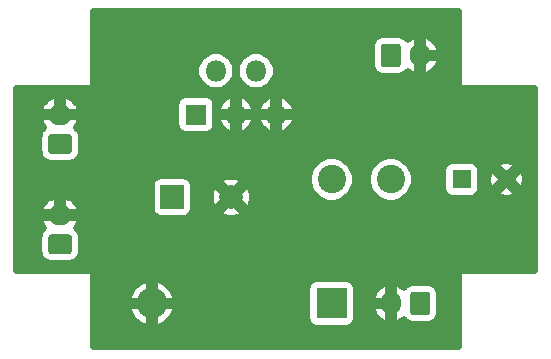
<source format=gbr>
G04 #@! TF.GenerationSoftware,KiCad,Pcbnew,(5.1.7)-1*
G04 #@! TF.CreationDate,2020-12-10T22:03:55+02:00*
G04 #@! TF.ProjectId,power_supply,706f7765-725f-4737-9570-706c792e6b69,rev?*
G04 #@! TF.SameCoordinates,Original*
G04 #@! TF.FileFunction,Copper,L2,Bot*
G04 #@! TF.FilePolarity,Positive*
%FSLAX46Y46*%
G04 Gerber Fmt 4.6, Leading zero omitted, Abs format (unit mm)*
G04 Created by KiCad (PCBNEW (5.1.7)-1) date 2020-12-10 22:03:55*
%MOMM*%
%LPD*%
G01*
G04 APERTURE LIST*
G04 #@! TA.AperFunction,ComponentPad*
%ADD10O,2.000000X1.700000*%
G04 #@! TD*
G04 #@! TA.AperFunction,ComponentPad*
%ADD11C,2.000000*%
G04 #@! TD*
G04 #@! TA.AperFunction,ComponentPad*
%ADD12R,2.000000X2.000000*%
G04 #@! TD*
G04 #@! TA.AperFunction,ComponentPad*
%ADD13R,1.600000X1.600000*%
G04 #@! TD*
G04 #@! TA.AperFunction,ComponentPad*
%ADD14C,1.600000*%
G04 #@! TD*
G04 #@! TA.AperFunction,ComponentPad*
%ADD15R,2.600000X2.600000*%
G04 #@! TD*
G04 #@! TA.AperFunction,ComponentPad*
%ADD16O,2.600000X2.600000*%
G04 #@! TD*
G04 #@! TA.AperFunction,ComponentPad*
%ADD17O,1.700000X2.000000*%
G04 #@! TD*
G04 #@! TA.AperFunction,ComponentPad*
%ADD18C,2.400000*%
G04 #@! TD*
G04 #@! TA.AperFunction,ComponentPad*
%ADD19R,1.800000X1.800000*%
G04 #@! TD*
G04 #@! TA.AperFunction,ComponentPad*
%ADD20O,1.800000X1.800000*%
G04 #@! TD*
G04 #@! TA.AperFunction,Conductor*
%ADD21C,0.500000*%
G04 #@! TD*
G04 #@! TA.AperFunction,Conductor*
%ADD22C,0.100000*%
G04 #@! TD*
G04 APERTURE END LIST*
G04 #@! TA.AperFunction,ComponentPad*
G36*
G01*
X163750000Y-124850000D02*
X162250000Y-124850000D01*
G75*
G02*
X162000000Y-124600000I0J250000D01*
G01*
X162000000Y-123400000D01*
G75*
G02*
X162250000Y-123150000I250000J0D01*
G01*
X163750000Y-123150000D01*
G75*
G02*
X164000000Y-123400000I0J-250000D01*
G01*
X164000000Y-124600000D01*
G75*
G02*
X163750000Y-124850000I-250000J0D01*
G01*
G37*
G04 #@! TD.AperFunction*
D10*
X163000000Y-121500000D03*
G04 #@! TA.AperFunction,ComponentPad*
G36*
G01*
X163750000Y-133350000D02*
X162250000Y-133350000D01*
G75*
G02*
X162000000Y-133100000I0J250000D01*
G01*
X162000000Y-131900000D01*
G75*
G02*
X162250000Y-131650000I250000J0D01*
G01*
X163750000Y-131650000D01*
G75*
G02*
X164000000Y-131900000I0J-250000D01*
G01*
X164000000Y-133100000D01*
G75*
G02*
X163750000Y-133350000I-250000J0D01*
G01*
G37*
G04 #@! TD.AperFunction*
X163000000Y-130000000D03*
D11*
X177500000Y-128500000D03*
D12*
X172500000Y-128500000D03*
D13*
X197000000Y-127000000D03*
D14*
X200800000Y-127000000D03*
D15*
X186000000Y-137500000D03*
D16*
X170760000Y-137500000D03*
D17*
X191000000Y-137500000D03*
G04 #@! TA.AperFunction,ComponentPad*
G36*
G01*
X194350000Y-136750000D02*
X194350000Y-138250000D01*
G75*
G02*
X194100000Y-138500000I-250000J0D01*
G01*
X192900000Y-138500000D01*
G75*
G02*
X192650000Y-138250000I0J250000D01*
G01*
X192650000Y-136750000D01*
G75*
G02*
X192900000Y-136500000I250000J0D01*
G01*
X194100000Y-136500000D01*
G75*
G02*
X194350000Y-136750000I0J-250000D01*
G01*
G37*
G04 #@! TD.AperFunction*
G04 #@! TA.AperFunction,ComponentPad*
G36*
G01*
X190150000Y-117250000D02*
X190150000Y-115750000D01*
G75*
G02*
X190400000Y-115500000I250000J0D01*
G01*
X191600000Y-115500000D01*
G75*
G02*
X191850000Y-115750000I0J-250000D01*
G01*
X191850000Y-117250000D01*
G75*
G02*
X191600000Y-117500000I-250000J0D01*
G01*
X190400000Y-117500000D01*
G75*
G02*
X190150000Y-117250000I0J250000D01*
G01*
G37*
G04 #@! TD.AperFunction*
X193500000Y-116500000D03*
D18*
X186000000Y-127000000D03*
X191000000Y-127000000D03*
D19*
X174500000Y-121500000D03*
D20*
X176200000Y-117800000D03*
X177900000Y-121500000D03*
X179600000Y-117800000D03*
X181300000Y-121500000D03*
D21*
X196750000Y-119000000D02*
X196754804Y-119048773D01*
X196769030Y-119095671D01*
X196792133Y-119138893D01*
X196823223Y-119176777D01*
X196861107Y-119207867D01*
X196904329Y-119230970D01*
X196951227Y-119245196D01*
X197000000Y-119250000D01*
X203225000Y-119250000D01*
X203225001Y-134750000D01*
X197000000Y-134750000D01*
X196951227Y-134754804D01*
X196904329Y-134769030D01*
X196861107Y-134792133D01*
X196823223Y-134823223D01*
X196792133Y-134861107D01*
X196769030Y-134904329D01*
X196754804Y-134951227D01*
X196750000Y-135000000D01*
X196750000Y-141225000D01*
X165750000Y-141225000D01*
X165750000Y-138065219D01*
X168789460Y-138065219D01*
X168807530Y-138124815D01*
X168966941Y-138493717D01*
X169195259Y-138824431D01*
X169483709Y-139104248D01*
X169821206Y-139322415D01*
X170194780Y-139470547D01*
X170510000Y-139347206D01*
X170510000Y-137750000D01*
X171010000Y-137750000D01*
X171010000Y-139347206D01*
X171325220Y-139470547D01*
X171698794Y-139322415D01*
X172036291Y-139104248D01*
X172324741Y-138824431D01*
X172553059Y-138493717D01*
X172712470Y-138124815D01*
X172730540Y-138065219D01*
X172605645Y-137750000D01*
X171010000Y-137750000D01*
X170510000Y-137750000D01*
X168914355Y-137750000D01*
X168789460Y-138065219D01*
X165750000Y-138065219D01*
X165750000Y-136934781D01*
X168789460Y-136934781D01*
X168914355Y-137250000D01*
X170510000Y-137250000D01*
X170510000Y-135652794D01*
X171010000Y-135652794D01*
X171010000Y-137250000D01*
X172605645Y-137250000D01*
X172730540Y-136934781D01*
X172712470Y-136875185D01*
X172553059Y-136506283D01*
X172341608Y-136200000D01*
X183946372Y-136200000D01*
X183946372Y-138800000D01*
X183960853Y-138947026D01*
X184003739Y-139088401D01*
X184073381Y-139218693D01*
X184167105Y-139332895D01*
X184281307Y-139426619D01*
X184411599Y-139496261D01*
X184552974Y-139539147D01*
X184700000Y-139553628D01*
X187300000Y-139553628D01*
X187447026Y-139539147D01*
X187588401Y-139496261D01*
X187718693Y-139426619D01*
X187832895Y-139332895D01*
X187926619Y-139218693D01*
X187996261Y-139088401D01*
X188039147Y-138947026D01*
X188053628Y-138800000D01*
X188053628Y-137997839D01*
X189443074Y-137997839D01*
X189540850Y-138294897D01*
X189694700Y-138567172D01*
X189898712Y-138804200D01*
X190145046Y-138996873D01*
X190424236Y-139137786D01*
X190505857Y-139171783D01*
X190750000Y-139040200D01*
X190750000Y-137750000D01*
X189595328Y-137750000D01*
X189443074Y-137997839D01*
X188053628Y-137997839D01*
X188053628Y-137002161D01*
X189443074Y-137002161D01*
X189595328Y-137250000D01*
X190750000Y-137250000D01*
X190750000Y-135959800D01*
X191250000Y-135959800D01*
X191250000Y-137250000D01*
X191270000Y-137250000D01*
X191270000Y-137750000D01*
X191250000Y-137750000D01*
X191250000Y-139040200D01*
X191494143Y-139171783D01*
X191575764Y-139137786D01*
X191854954Y-138996873D01*
X192077807Y-138822566D01*
X192190328Y-138959672D01*
X192342414Y-139084486D01*
X192515928Y-139177231D01*
X192704202Y-139234344D01*
X192900000Y-139253628D01*
X194100000Y-139253628D01*
X194295798Y-139234344D01*
X194484072Y-139177231D01*
X194657586Y-139084486D01*
X194809672Y-138959672D01*
X194934486Y-138807586D01*
X195027231Y-138634072D01*
X195084344Y-138445798D01*
X195103628Y-138250000D01*
X195103628Y-136750000D01*
X195084344Y-136554202D01*
X195027231Y-136365928D01*
X194934486Y-136192414D01*
X194809672Y-136040328D01*
X194657586Y-135915514D01*
X194484072Y-135822769D01*
X194295798Y-135765656D01*
X194100000Y-135746372D01*
X192900000Y-135746372D01*
X192704202Y-135765656D01*
X192515928Y-135822769D01*
X192342414Y-135915514D01*
X192190328Y-136040328D01*
X192077807Y-136177434D01*
X191854954Y-136003127D01*
X191575764Y-135862214D01*
X191494143Y-135828217D01*
X191250000Y-135959800D01*
X190750000Y-135959800D01*
X190505857Y-135828217D01*
X190424236Y-135862214D01*
X190145046Y-136003127D01*
X189898712Y-136195800D01*
X189694700Y-136432828D01*
X189540850Y-136705103D01*
X189443074Y-137002161D01*
X188053628Y-137002161D01*
X188053628Y-136200000D01*
X188039147Y-136052974D01*
X187996261Y-135911599D01*
X187926619Y-135781307D01*
X187832895Y-135667105D01*
X187718693Y-135573381D01*
X187588401Y-135503739D01*
X187447026Y-135460853D01*
X187300000Y-135446372D01*
X184700000Y-135446372D01*
X184552974Y-135460853D01*
X184411599Y-135503739D01*
X184281307Y-135573381D01*
X184167105Y-135667105D01*
X184073381Y-135781307D01*
X184003739Y-135911599D01*
X183960853Y-136052974D01*
X183946372Y-136200000D01*
X172341608Y-136200000D01*
X172324741Y-136175569D01*
X172036291Y-135895752D01*
X171698794Y-135677585D01*
X171325220Y-135529453D01*
X171010000Y-135652794D01*
X170510000Y-135652794D01*
X170194780Y-135529453D01*
X169821206Y-135677585D01*
X169483709Y-135895752D01*
X169195259Y-136175569D01*
X168966941Y-136506283D01*
X168807530Y-136875185D01*
X168789460Y-136934781D01*
X165750000Y-136934781D01*
X165750000Y-135000000D01*
X165745196Y-134951227D01*
X165730970Y-134904329D01*
X165707867Y-134861107D01*
X165676777Y-134823223D01*
X165638893Y-134792133D01*
X165595671Y-134769030D01*
X165548773Y-134754804D01*
X165500000Y-134750000D01*
X159275000Y-134750000D01*
X159275000Y-131900000D01*
X161246372Y-131900000D01*
X161246372Y-133100000D01*
X161265656Y-133295798D01*
X161322769Y-133484072D01*
X161415514Y-133657586D01*
X161540328Y-133809672D01*
X161692414Y-133934486D01*
X161865928Y-134027231D01*
X162054202Y-134084344D01*
X162250000Y-134103628D01*
X163750000Y-134103628D01*
X163945798Y-134084344D01*
X164134072Y-134027231D01*
X164307586Y-133934486D01*
X164459672Y-133809672D01*
X164584486Y-133657586D01*
X164677231Y-133484072D01*
X164734344Y-133295798D01*
X164753628Y-133100000D01*
X164753628Y-131900000D01*
X164734344Y-131704202D01*
X164677231Y-131515928D01*
X164584486Y-131342414D01*
X164459672Y-131190328D01*
X164322566Y-131077807D01*
X164496873Y-130854954D01*
X164637786Y-130575764D01*
X164671783Y-130494143D01*
X164540200Y-130250000D01*
X163250000Y-130250000D01*
X163250000Y-130270000D01*
X162750000Y-130270000D01*
X162750000Y-130250000D01*
X161459800Y-130250000D01*
X161328217Y-130494143D01*
X161362214Y-130575764D01*
X161503127Y-130854954D01*
X161677434Y-131077807D01*
X161540328Y-131190328D01*
X161415514Y-131342414D01*
X161322769Y-131515928D01*
X161265656Y-131704202D01*
X161246372Y-131900000D01*
X159275000Y-131900000D01*
X159275000Y-129505857D01*
X161328217Y-129505857D01*
X161459800Y-129750000D01*
X162750000Y-129750000D01*
X162750000Y-128595328D01*
X163250000Y-128595328D01*
X163250000Y-129750000D01*
X164540200Y-129750000D01*
X164671783Y-129505857D01*
X164637786Y-129424236D01*
X164496873Y-129145046D01*
X164304200Y-128898712D01*
X164067172Y-128694700D01*
X163794897Y-128540850D01*
X163497839Y-128443074D01*
X163250000Y-128595328D01*
X162750000Y-128595328D01*
X162502161Y-128443074D01*
X162205103Y-128540850D01*
X161932828Y-128694700D01*
X161695800Y-128898712D01*
X161503127Y-129145046D01*
X161362214Y-129424236D01*
X161328217Y-129505857D01*
X159275000Y-129505857D01*
X159275000Y-127500000D01*
X170746372Y-127500000D01*
X170746372Y-129500000D01*
X170760853Y-129647026D01*
X170803739Y-129788401D01*
X170873381Y-129918693D01*
X170967105Y-130032895D01*
X171081307Y-130126619D01*
X171211599Y-130196261D01*
X171352974Y-130239147D01*
X171500000Y-130253628D01*
X173500000Y-130253628D01*
X173647026Y-130239147D01*
X173788401Y-130196261D01*
X173918693Y-130126619D01*
X174032895Y-130032895D01*
X174126619Y-129918693D01*
X174196261Y-129788401D01*
X174200792Y-129773463D01*
X176580091Y-129773463D01*
X176679152Y-130055127D01*
X176998313Y-130185385D01*
X177336755Y-130250875D01*
X177681470Y-130249080D01*
X178019212Y-130180068D01*
X178320848Y-130055127D01*
X178419909Y-129773463D01*
X177500000Y-128853553D01*
X176580091Y-129773463D01*
X174200792Y-129773463D01*
X174239147Y-129647026D01*
X174253628Y-129500000D01*
X174253628Y-128336755D01*
X175749125Y-128336755D01*
X175750920Y-128681470D01*
X175819932Y-129019212D01*
X175944873Y-129320848D01*
X176226537Y-129419909D01*
X177146447Y-128500000D01*
X177853553Y-128500000D01*
X178773463Y-129419909D01*
X179055127Y-129320848D01*
X179185385Y-129001687D01*
X179250875Y-128663245D01*
X179249080Y-128318530D01*
X179180068Y-127980788D01*
X179055127Y-127679152D01*
X178773463Y-127580091D01*
X177853553Y-128500000D01*
X177146447Y-128500000D01*
X176226537Y-127580091D01*
X175944873Y-127679152D01*
X175814615Y-127998313D01*
X175749125Y-128336755D01*
X174253628Y-128336755D01*
X174253628Y-127500000D01*
X174239147Y-127352974D01*
X174200793Y-127226537D01*
X176580091Y-127226537D01*
X177500000Y-128146447D01*
X178419909Y-127226537D01*
X178320848Y-126944873D01*
X178001687Y-126814615D01*
X177967202Y-126807942D01*
X184050000Y-126807942D01*
X184050000Y-127192058D01*
X184124938Y-127568794D01*
X184271933Y-127923671D01*
X184485336Y-128243052D01*
X184756948Y-128514664D01*
X185076329Y-128728067D01*
X185431206Y-128875062D01*
X185807942Y-128950000D01*
X186192058Y-128950000D01*
X186568794Y-128875062D01*
X186923671Y-128728067D01*
X187243052Y-128514664D01*
X187514664Y-128243052D01*
X187728067Y-127923671D01*
X187875062Y-127568794D01*
X187950000Y-127192058D01*
X187950000Y-126807942D01*
X189050000Y-126807942D01*
X189050000Y-127192058D01*
X189124938Y-127568794D01*
X189271933Y-127923671D01*
X189485336Y-128243052D01*
X189756948Y-128514664D01*
X190076329Y-128728067D01*
X190431206Y-128875062D01*
X190807942Y-128950000D01*
X191192058Y-128950000D01*
X191568794Y-128875062D01*
X191923671Y-128728067D01*
X192243052Y-128514664D01*
X192514664Y-128243052D01*
X192728067Y-127923671D01*
X192875062Y-127568794D01*
X192950000Y-127192058D01*
X192950000Y-126807942D01*
X192875062Y-126431206D01*
X192779294Y-126200000D01*
X195446372Y-126200000D01*
X195446372Y-127800000D01*
X195460853Y-127947026D01*
X195503739Y-128088401D01*
X195573381Y-128218693D01*
X195667105Y-128332895D01*
X195781307Y-128426619D01*
X195911599Y-128496261D01*
X196052974Y-128539147D01*
X196200000Y-128553628D01*
X197800000Y-128553628D01*
X197947026Y-128539147D01*
X198088401Y-128496261D01*
X198218693Y-128426619D01*
X198332895Y-128332895D01*
X198426619Y-128218693D01*
X198474428Y-128129247D01*
X200024306Y-128129247D01*
X200098649Y-128390653D01*
X200383429Y-128500758D01*
X200684216Y-128553190D01*
X200989454Y-128545935D01*
X201287411Y-128479270D01*
X201501351Y-128390653D01*
X201575694Y-128129247D01*
X200800000Y-127353553D01*
X200024306Y-128129247D01*
X198474428Y-128129247D01*
X198496261Y-128088401D01*
X198539147Y-127947026D01*
X198553628Y-127800000D01*
X198553628Y-126884216D01*
X199246810Y-126884216D01*
X199254065Y-127189454D01*
X199320730Y-127487411D01*
X199409347Y-127701351D01*
X199670753Y-127775694D01*
X200446447Y-127000000D01*
X201153553Y-127000000D01*
X201929247Y-127775694D01*
X202190653Y-127701351D01*
X202300758Y-127416571D01*
X202353190Y-127115784D01*
X202345935Y-126810546D01*
X202279270Y-126512589D01*
X202190653Y-126298649D01*
X201929247Y-126224306D01*
X201153553Y-127000000D01*
X200446447Y-127000000D01*
X199670753Y-126224306D01*
X199409347Y-126298649D01*
X199299242Y-126583429D01*
X199246810Y-126884216D01*
X198553628Y-126884216D01*
X198553628Y-126200000D01*
X198539147Y-126052974D01*
X198496261Y-125911599D01*
X198474429Y-125870753D01*
X200024306Y-125870753D01*
X200800000Y-126646447D01*
X201575694Y-125870753D01*
X201501351Y-125609347D01*
X201216571Y-125499242D01*
X200915784Y-125446810D01*
X200610546Y-125454065D01*
X200312589Y-125520730D01*
X200098649Y-125609347D01*
X200024306Y-125870753D01*
X198474429Y-125870753D01*
X198426619Y-125781307D01*
X198332895Y-125667105D01*
X198218693Y-125573381D01*
X198088401Y-125503739D01*
X197947026Y-125460853D01*
X197800000Y-125446372D01*
X196200000Y-125446372D01*
X196052974Y-125460853D01*
X195911599Y-125503739D01*
X195781307Y-125573381D01*
X195667105Y-125667105D01*
X195573381Y-125781307D01*
X195503739Y-125911599D01*
X195460853Y-126052974D01*
X195446372Y-126200000D01*
X192779294Y-126200000D01*
X192728067Y-126076329D01*
X192514664Y-125756948D01*
X192243052Y-125485336D01*
X191923671Y-125271933D01*
X191568794Y-125124938D01*
X191192058Y-125050000D01*
X190807942Y-125050000D01*
X190431206Y-125124938D01*
X190076329Y-125271933D01*
X189756948Y-125485336D01*
X189485336Y-125756948D01*
X189271933Y-126076329D01*
X189124938Y-126431206D01*
X189050000Y-126807942D01*
X187950000Y-126807942D01*
X187875062Y-126431206D01*
X187728067Y-126076329D01*
X187514664Y-125756948D01*
X187243052Y-125485336D01*
X186923671Y-125271933D01*
X186568794Y-125124938D01*
X186192058Y-125050000D01*
X185807942Y-125050000D01*
X185431206Y-125124938D01*
X185076329Y-125271933D01*
X184756948Y-125485336D01*
X184485336Y-125756948D01*
X184271933Y-126076329D01*
X184124938Y-126431206D01*
X184050000Y-126807942D01*
X177967202Y-126807942D01*
X177663245Y-126749125D01*
X177318530Y-126750920D01*
X176980788Y-126819932D01*
X176679152Y-126944873D01*
X176580091Y-127226537D01*
X174200793Y-127226537D01*
X174196261Y-127211599D01*
X174126619Y-127081307D01*
X174032895Y-126967105D01*
X173918693Y-126873381D01*
X173788401Y-126803739D01*
X173647026Y-126760853D01*
X173500000Y-126746372D01*
X171500000Y-126746372D01*
X171352974Y-126760853D01*
X171211599Y-126803739D01*
X171081307Y-126873381D01*
X170967105Y-126967105D01*
X170873381Y-127081307D01*
X170803739Y-127211599D01*
X170760853Y-127352974D01*
X170746372Y-127500000D01*
X159275000Y-127500000D01*
X159275000Y-123400000D01*
X161246372Y-123400000D01*
X161246372Y-124600000D01*
X161265656Y-124795798D01*
X161322769Y-124984072D01*
X161415514Y-125157586D01*
X161540328Y-125309672D01*
X161692414Y-125434486D01*
X161865928Y-125527231D01*
X162054202Y-125584344D01*
X162250000Y-125603628D01*
X163750000Y-125603628D01*
X163945798Y-125584344D01*
X164134072Y-125527231D01*
X164307586Y-125434486D01*
X164459672Y-125309672D01*
X164584486Y-125157586D01*
X164677231Y-124984072D01*
X164734344Y-124795798D01*
X164753628Y-124600000D01*
X164753628Y-123400000D01*
X164734344Y-123204202D01*
X164677231Y-123015928D01*
X164584486Y-122842414D01*
X164459672Y-122690328D01*
X164322566Y-122577807D01*
X164496873Y-122354954D01*
X164637786Y-122075764D01*
X164671783Y-121994143D01*
X164540200Y-121750000D01*
X163250000Y-121750000D01*
X163250000Y-121770000D01*
X162750000Y-121770000D01*
X162750000Y-121750000D01*
X161459800Y-121750000D01*
X161328217Y-121994143D01*
X161362214Y-122075764D01*
X161503127Y-122354954D01*
X161677434Y-122577807D01*
X161540328Y-122690328D01*
X161415514Y-122842414D01*
X161322769Y-123015928D01*
X161265656Y-123204202D01*
X161246372Y-123400000D01*
X159275000Y-123400000D01*
X159275000Y-121005857D01*
X161328217Y-121005857D01*
X161459800Y-121250000D01*
X162750000Y-121250000D01*
X162750000Y-120095328D01*
X163250000Y-120095328D01*
X163250000Y-121250000D01*
X164540200Y-121250000D01*
X164671783Y-121005857D01*
X164637786Y-120924236D01*
X164496873Y-120645046D01*
X164461640Y-120600000D01*
X172846372Y-120600000D01*
X172846372Y-122400000D01*
X172860853Y-122547026D01*
X172903739Y-122688401D01*
X172973381Y-122818693D01*
X173067105Y-122932895D01*
X173181307Y-123026619D01*
X173311599Y-123096261D01*
X173452974Y-123139147D01*
X173600000Y-123153628D01*
X175400000Y-123153628D01*
X175547026Y-123139147D01*
X175688401Y-123096261D01*
X175818693Y-123026619D01*
X175932895Y-122932895D01*
X176026619Y-122818693D01*
X176096261Y-122688401D01*
X176139147Y-122547026D01*
X176153628Y-122400000D01*
X176153628Y-122002059D01*
X176328237Y-122002059D01*
X176433581Y-122256400D01*
X176609324Y-122527950D01*
X176834667Y-122759997D01*
X177100950Y-122943623D01*
X177397940Y-123071771D01*
X177650000Y-122943459D01*
X177650000Y-121750000D01*
X178150000Y-121750000D01*
X178150000Y-122943459D01*
X178402060Y-123071771D01*
X178699050Y-122943623D01*
X178965333Y-122759997D01*
X179190676Y-122527950D01*
X179366419Y-122256400D01*
X179471763Y-122002059D01*
X179728237Y-122002059D01*
X179833581Y-122256400D01*
X180009324Y-122527950D01*
X180234667Y-122759997D01*
X180500950Y-122943623D01*
X180797940Y-123071771D01*
X181050000Y-122943459D01*
X181050000Y-121750000D01*
X181550000Y-121750000D01*
X181550000Y-122943459D01*
X181802060Y-123071771D01*
X182099050Y-122943623D01*
X182365333Y-122759997D01*
X182590676Y-122527950D01*
X182766419Y-122256400D01*
X182871763Y-122002059D01*
X182740974Y-121750000D01*
X181550000Y-121750000D01*
X181050000Y-121750000D01*
X179859026Y-121750000D01*
X179728237Y-122002059D01*
X179471763Y-122002059D01*
X179340974Y-121750000D01*
X178150000Y-121750000D01*
X177650000Y-121750000D01*
X176459026Y-121750000D01*
X176328237Y-122002059D01*
X176153628Y-122002059D01*
X176153628Y-120997941D01*
X176328237Y-120997941D01*
X176459026Y-121250000D01*
X177650000Y-121250000D01*
X177650000Y-120056541D01*
X178150000Y-120056541D01*
X178150000Y-121250000D01*
X179340974Y-121250000D01*
X179471763Y-120997941D01*
X179728237Y-120997941D01*
X179859026Y-121250000D01*
X181050000Y-121250000D01*
X181050000Y-120056541D01*
X181550000Y-120056541D01*
X181550000Y-121250000D01*
X182740974Y-121250000D01*
X182871763Y-120997941D01*
X182766419Y-120743600D01*
X182590676Y-120472050D01*
X182365333Y-120240003D01*
X182099050Y-120056377D01*
X181802060Y-119928229D01*
X181550000Y-120056541D01*
X181050000Y-120056541D01*
X180797940Y-119928229D01*
X180500950Y-120056377D01*
X180234667Y-120240003D01*
X180009324Y-120472050D01*
X179833581Y-120743600D01*
X179728237Y-120997941D01*
X179471763Y-120997941D01*
X179366419Y-120743600D01*
X179190676Y-120472050D01*
X178965333Y-120240003D01*
X178699050Y-120056377D01*
X178402060Y-119928229D01*
X178150000Y-120056541D01*
X177650000Y-120056541D01*
X177397940Y-119928229D01*
X177100950Y-120056377D01*
X176834667Y-120240003D01*
X176609324Y-120472050D01*
X176433581Y-120743600D01*
X176328237Y-120997941D01*
X176153628Y-120997941D01*
X176153628Y-120600000D01*
X176139147Y-120452974D01*
X176096261Y-120311599D01*
X176026619Y-120181307D01*
X175932895Y-120067105D01*
X175818693Y-119973381D01*
X175688401Y-119903739D01*
X175547026Y-119860853D01*
X175400000Y-119846372D01*
X173600000Y-119846372D01*
X173452974Y-119860853D01*
X173311599Y-119903739D01*
X173181307Y-119973381D01*
X173067105Y-120067105D01*
X172973381Y-120181307D01*
X172903739Y-120311599D01*
X172860853Y-120452974D01*
X172846372Y-120600000D01*
X164461640Y-120600000D01*
X164304200Y-120398712D01*
X164067172Y-120194700D01*
X163794897Y-120040850D01*
X163497839Y-119943074D01*
X163250000Y-120095328D01*
X162750000Y-120095328D01*
X162502161Y-119943074D01*
X162205103Y-120040850D01*
X161932828Y-120194700D01*
X161695800Y-120398712D01*
X161503127Y-120645046D01*
X161362214Y-120924236D01*
X161328217Y-121005857D01*
X159275000Y-121005857D01*
X159275000Y-119250000D01*
X165500000Y-119250000D01*
X165548773Y-119245196D01*
X165595671Y-119230970D01*
X165638893Y-119207867D01*
X165676777Y-119176777D01*
X165707867Y-119138893D01*
X165730970Y-119095671D01*
X165745196Y-119048773D01*
X165750000Y-119000000D01*
X165750000Y-117637489D01*
X174550000Y-117637489D01*
X174550000Y-117962511D01*
X174613408Y-118281287D01*
X174737789Y-118581568D01*
X174918361Y-118851814D01*
X175148186Y-119081639D01*
X175418432Y-119262211D01*
X175718713Y-119386592D01*
X176037489Y-119450000D01*
X176362511Y-119450000D01*
X176681287Y-119386592D01*
X176981568Y-119262211D01*
X177251814Y-119081639D01*
X177481639Y-118851814D01*
X177662211Y-118581568D01*
X177786592Y-118281287D01*
X177850000Y-117962511D01*
X177850000Y-117637489D01*
X177950000Y-117637489D01*
X177950000Y-117962511D01*
X178013408Y-118281287D01*
X178137789Y-118581568D01*
X178318361Y-118851814D01*
X178548186Y-119081639D01*
X178818432Y-119262211D01*
X179118713Y-119386592D01*
X179437489Y-119450000D01*
X179762511Y-119450000D01*
X180081287Y-119386592D01*
X180381568Y-119262211D01*
X180651814Y-119081639D01*
X180881639Y-118851814D01*
X181062211Y-118581568D01*
X181186592Y-118281287D01*
X181250000Y-117962511D01*
X181250000Y-117637489D01*
X181186592Y-117318713D01*
X181062211Y-117018432D01*
X180881639Y-116748186D01*
X180651814Y-116518361D01*
X180381568Y-116337789D01*
X180081287Y-116213408D01*
X179762511Y-116150000D01*
X179437489Y-116150000D01*
X179118713Y-116213408D01*
X178818432Y-116337789D01*
X178548186Y-116518361D01*
X178318361Y-116748186D01*
X178137789Y-117018432D01*
X178013408Y-117318713D01*
X177950000Y-117637489D01*
X177850000Y-117637489D01*
X177786592Y-117318713D01*
X177662211Y-117018432D01*
X177481639Y-116748186D01*
X177251814Y-116518361D01*
X176981568Y-116337789D01*
X176681287Y-116213408D01*
X176362511Y-116150000D01*
X176037489Y-116150000D01*
X175718713Y-116213408D01*
X175418432Y-116337789D01*
X175148186Y-116518361D01*
X174918361Y-116748186D01*
X174737789Y-117018432D01*
X174613408Y-117318713D01*
X174550000Y-117637489D01*
X165750000Y-117637489D01*
X165750000Y-115750000D01*
X189396372Y-115750000D01*
X189396372Y-117250000D01*
X189415656Y-117445798D01*
X189472769Y-117634072D01*
X189565514Y-117807586D01*
X189690328Y-117959672D01*
X189842414Y-118084486D01*
X190015928Y-118177231D01*
X190204202Y-118234344D01*
X190400000Y-118253628D01*
X191600000Y-118253628D01*
X191795798Y-118234344D01*
X191984072Y-118177231D01*
X192157586Y-118084486D01*
X192309672Y-117959672D01*
X192422193Y-117822566D01*
X192645046Y-117996873D01*
X192924236Y-118137786D01*
X193005857Y-118171783D01*
X193250000Y-118040200D01*
X193250000Y-116750000D01*
X193750000Y-116750000D01*
X193750000Y-118040200D01*
X193994143Y-118171783D01*
X194075764Y-118137786D01*
X194354954Y-117996873D01*
X194601288Y-117804200D01*
X194805300Y-117567172D01*
X194959150Y-117294897D01*
X195056926Y-116997839D01*
X194904672Y-116750000D01*
X193750000Y-116750000D01*
X193250000Y-116750000D01*
X193230000Y-116750000D01*
X193230000Y-116250000D01*
X193250000Y-116250000D01*
X193250000Y-114959800D01*
X193750000Y-114959800D01*
X193750000Y-116250000D01*
X194904672Y-116250000D01*
X195056926Y-116002161D01*
X194959150Y-115705103D01*
X194805300Y-115432828D01*
X194601288Y-115195800D01*
X194354954Y-115003127D01*
X194075764Y-114862214D01*
X193994143Y-114828217D01*
X193750000Y-114959800D01*
X193250000Y-114959800D01*
X193005857Y-114828217D01*
X192924236Y-114862214D01*
X192645046Y-115003127D01*
X192422193Y-115177434D01*
X192309672Y-115040328D01*
X192157586Y-114915514D01*
X191984072Y-114822769D01*
X191795798Y-114765656D01*
X191600000Y-114746372D01*
X190400000Y-114746372D01*
X190204202Y-114765656D01*
X190015928Y-114822769D01*
X189842414Y-114915514D01*
X189690328Y-115040328D01*
X189565514Y-115192414D01*
X189472769Y-115365928D01*
X189415656Y-115554202D01*
X189396372Y-115750000D01*
X165750000Y-115750000D01*
X165750000Y-112775000D01*
X196750000Y-112775000D01*
X196750000Y-119000000D01*
G04 #@! TA.AperFunction,Conductor*
D22*
G36*
X196750000Y-119000000D02*
G01*
X196754804Y-119048773D01*
X196769030Y-119095671D01*
X196792133Y-119138893D01*
X196823223Y-119176777D01*
X196861107Y-119207867D01*
X196904329Y-119230970D01*
X196951227Y-119245196D01*
X197000000Y-119250000D01*
X203225000Y-119250000D01*
X203225001Y-134750000D01*
X197000000Y-134750000D01*
X196951227Y-134754804D01*
X196904329Y-134769030D01*
X196861107Y-134792133D01*
X196823223Y-134823223D01*
X196792133Y-134861107D01*
X196769030Y-134904329D01*
X196754804Y-134951227D01*
X196750000Y-135000000D01*
X196750000Y-141225000D01*
X165750000Y-141225000D01*
X165750000Y-138065219D01*
X168789460Y-138065219D01*
X168807530Y-138124815D01*
X168966941Y-138493717D01*
X169195259Y-138824431D01*
X169483709Y-139104248D01*
X169821206Y-139322415D01*
X170194780Y-139470547D01*
X170510000Y-139347206D01*
X170510000Y-137750000D01*
X171010000Y-137750000D01*
X171010000Y-139347206D01*
X171325220Y-139470547D01*
X171698794Y-139322415D01*
X172036291Y-139104248D01*
X172324741Y-138824431D01*
X172553059Y-138493717D01*
X172712470Y-138124815D01*
X172730540Y-138065219D01*
X172605645Y-137750000D01*
X171010000Y-137750000D01*
X170510000Y-137750000D01*
X168914355Y-137750000D01*
X168789460Y-138065219D01*
X165750000Y-138065219D01*
X165750000Y-136934781D01*
X168789460Y-136934781D01*
X168914355Y-137250000D01*
X170510000Y-137250000D01*
X170510000Y-135652794D01*
X171010000Y-135652794D01*
X171010000Y-137250000D01*
X172605645Y-137250000D01*
X172730540Y-136934781D01*
X172712470Y-136875185D01*
X172553059Y-136506283D01*
X172341608Y-136200000D01*
X183946372Y-136200000D01*
X183946372Y-138800000D01*
X183960853Y-138947026D01*
X184003739Y-139088401D01*
X184073381Y-139218693D01*
X184167105Y-139332895D01*
X184281307Y-139426619D01*
X184411599Y-139496261D01*
X184552974Y-139539147D01*
X184700000Y-139553628D01*
X187300000Y-139553628D01*
X187447026Y-139539147D01*
X187588401Y-139496261D01*
X187718693Y-139426619D01*
X187832895Y-139332895D01*
X187926619Y-139218693D01*
X187996261Y-139088401D01*
X188039147Y-138947026D01*
X188053628Y-138800000D01*
X188053628Y-137997839D01*
X189443074Y-137997839D01*
X189540850Y-138294897D01*
X189694700Y-138567172D01*
X189898712Y-138804200D01*
X190145046Y-138996873D01*
X190424236Y-139137786D01*
X190505857Y-139171783D01*
X190750000Y-139040200D01*
X190750000Y-137750000D01*
X189595328Y-137750000D01*
X189443074Y-137997839D01*
X188053628Y-137997839D01*
X188053628Y-137002161D01*
X189443074Y-137002161D01*
X189595328Y-137250000D01*
X190750000Y-137250000D01*
X190750000Y-135959800D01*
X191250000Y-135959800D01*
X191250000Y-137250000D01*
X191270000Y-137250000D01*
X191270000Y-137750000D01*
X191250000Y-137750000D01*
X191250000Y-139040200D01*
X191494143Y-139171783D01*
X191575764Y-139137786D01*
X191854954Y-138996873D01*
X192077807Y-138822566D01*
X192190328Y-138959672D01*
X192342414Y-139084486D01*
X192515928Y-139177231D01*
X192704202Y-139234344D01*
X192900000Y-139253628D01*
X194100000Y-139253628D01*
X194295798Y-139234344D01*
X194484072Y-139177231D01*
X194657586Y-139084486D01*
X194809672Y-138959672D01*
X194934486Y-138807586D01*
X195027231Y-138634072D01*
X195084344Y-138445798D01*
X195103628Y-138250000D01*
X195103628Y-136750000D01*
X195084344Y-136554202D01*
X195027231Y-136365928D01*
X194934486Y-136192414D01*
X194809672Y-136040328D01*
X194657586Y-135915514D01*
X194484072Y-135822769D01*
X194295798Y-135765656D01*
X194100000Y-135746372D01*
X192900000Y-135746372D01*
X192704202Y-135765656D01*
X192515928Y-135822769D01*
X192342414Y-135915514D01*
X192190328Y-136040328D01*
X192077807Y-136177434D01*
X191854954Y-136003127D01*
X191575764Y-135862214D01*
X191494143Y-135828217D01*
X191250000Y-135959800D01*
X190750000Y-135959800D01*
X190505857Y-135828217D01*
X190424236Y-135862214D01*
X190145046Y-136003127D01*
X189898712Y-136195800D01*
X189694700Y-136432828D01*
X189540850Y-136705103D01*
X189443074Y-137002161D01*
X188053628Y-137002161D01*
X188053628Y-136200000D01*
X188039147Y-136052974D01*
X187996261Y-135911599D01*
X187926619Y-135781307D01*
X187832895Y-135667105D01*
X187718693Y-135573381D01*
X187588401Y-135503739D01*
X187447026Y-135460853D01*
X187300000Y-135446372D01*
X184700000Y-135446372D01*
X184552974Y-135460853D01*
X184411599Y-135503739D01*
X184281307Y-135573381D01*
X184167105Y-135667105D01*
X184073381Y-135781307D01*
X184003739Y-135911599D01*
X183960853Y-136052974D01*
X183946372Y-136200000D01*
X172341608Y-136200000D01*
X172324741Y-136175569D01*
X172036291Y-135895752D01*
X171698794Y-135677585D01*
X171325220Y-135529453D01*
X171010000Y-135652794D01*
X170510000Y-135652794D01*
X170194780Y-135529453D01*
X169821206Y-135677585D01*
X169483709Y-135895752D01*
X169195259Y-136175569D01*
X168966941Y-136506283D01*
X168807530Y-136875185D01*
X168789460Y-136934781D01*
X165750000Y-136934781D01*
X165750000Y-135000000D01*
X165745196Y-134951227D01*
X165730970Y-134904329D01*
X165707867Y-134861107D01*
X165676777Y-134823223D01*
X165638893Y-134792133D01*
X165595671Y-134769030D01*
X165548773Y-134754804D01*
X165500000Y-134750000D01*
X159275000Y-134750000D01*
X159275000Y-131900000D01*
X161246372Y-131900000D01*
X161246372Y-133100000D01*
X161265656Y-133295798D01*
X161322769Y-133484072D01*
X161415514Y-133657586D01*
X161540328Y-133809672D01*
X161692414Y-133934486D01*
X161865928Y-134027231D01*
X162054202Y-134084344D01*
X162250000Y-134103628D01*
X163750000Y-134103628D01*
X163945798Y-134084344D01*
X164134072Y-134027231D01*
X164307586Y-133934486D01*
X164459672Y-133809672D01*
X164584486Y-133657586D01*
X164677231Y-133484072D01*
X164734344Y-133295798D01*
X164753628Y-133100000D01*
X164753628Y-131900000D01*
X164734344Y-131704202D01*
X164677231Y-131515928D01*
X164584486Y-131342414D01*
X164459672Y-131190328D01*
X164322566Y-131077807D01*
X164496873Y-130854954D01*
X164637786Y-130575764D01*
X164671783Y-130494143D01*
X164540200Y-130250000D01*
X163250000Y-130250000D01*
X163250000Y-130270000D01*
X162750000Y-130270000D01*
X162750000Y-130250000D01*
X161459800Y-130250000D01*
X161328217Y-130494143D01*
X161362214Y-130575764D01*
X161503127Y-130854954D01*
X161677434Y-131077807D01*
X161540328Y-131190328D01*
X161415514Y-131342414D01*
X161322769Y-131515928D01*
X161265656Y-131704202D01*
X161246372Y-131900000D01*
X159275000Y-131900000D01*
X159275000Y-129505857D01*
X161328217Y-129505857D01*
X161459800Y-129750000D01*
X162750000Y-129750000D01*
X162750000Y-128595328D01*
X163250000Y-128595328D01*
X163250000Y-129750000D01*
X164540200Y-129750000D01*
X164671783Y-129505857D01*
X164637786Y-129424236D01*
X164496873Y-129145046D01*
X164304200Y-128898712D01*
X164067172Y-128694700D01*
X163794897Y-128540850D01*
X163497839Y-128443074D01*
X163250000Y-128595328D01*
X162750000Y-128595328D01*
X162502161Y-128443074D01*
X162205103Y-128540850D01*
X161932828Y-128694700D01*
X161695800Y-128898712D01*
X161503127Y-129145046D01*
X161362214Y-129424236D01*
X161328217Y-129505857D01*
X159275000Y-129505857D01*
X159275000Y-127500000D01*
X170746372Y-127500000D01*
X170746372Y-129500000D01*
X170760853Y-129647026D01*
X170803739Y-129788401D01*
X170873381Y-129918693D01*
X170967105Y-130032895D01*
X171081307Y-130126619D01*
X171211599Y-130196261D01*
X171352974Y-130239147D01*
X171500000Y-130253628D01*
X173500000Y-130253628D01*
X173647026Y-130239147D01*
X173788401Y-130196261D01*
X173918693Y-130126619D01*
X174032895Y-130032895D01*
X174126619Y-129918693D01*
X174196261Y-129788401D01*
X174200792Y-129773463D01*
X176580091Y-129773463D01*
X176679152Y-130055127D01*
X176998313Y-130185385D01*
X177336755Y-130250875D01*
X177681470Y-130249080D01*
X178019212Y-130180068D01*
X178320848Y-130055127D01*
X178419909Y-129773463D01*
X177500000Y-128853553D01*
X176580091Y-129773463D01*
X174200792Y-129773463D01*
X174239147Y-129647026D01*
X174253628Y-129500000D01*
X174253628Y-128336755D01*
X175749125Y-128336755D01*
X175750920Y-128681470D01*
X175819932Y-129019212D01*
X175944873Y-129320848D01*
X176226537Y-129419909D01*
X177146447Y-128500000D01*
X177853553Y-128500000D01*
X178773463Y-129419909D01*
X179055127Y-129320848D01*
X179185385Y-129001687D01*
X179250875Y-128663245D01*
X179249080Y-128318530D01*
X179180068Y-127980788D01*
X179055127Y-127679152D01*
X178773463Y-127580091D01*
X177853553Y-128500000D01*
X177146447Y-128500000D01*
X176226537Y-127580091D01*
X175944873Y-127679152D01*
X175814615Y-127998313D01*
X175749125Y-128336755D01*
X174253628Y-128336755D01*
X174253628Y-127500000D01*
X174239147Y-127352974D01*
X174200793Y-127226537D01*
X176580091Y-127226537D01*
X177500000Y-128146447D01*
X178419909Y-127226537D01*
X178320848Y-126944873D01*
X178001687Y-126814615D01*
X177967202Y-126807942D01*
X184050000Y-126807942D01*
X184050000Y-127192058D01*
X184124938Y-127568794D01*
X184271933Y-127923671D01*
X184485336Y-128243052D01*
X184756948Y-128514664D01*
X185076329Y-128728067D01*
X185431206Y-128875062D01*
X185807942Y-128950000D01*
X186192058Y-128950000D01*
X186568794Y-128875062D01*
X186923671Y-128728067D01*
X187243052Y-128514664D01*
X187514664Y-128243052D01*
X187728067Y-127923671D01*
X187875062Y-127568794D01*
X187950000Y-127192058D01*
X187950000Y-126807942D01*
X189050000Y-126807942D01*
X189050000Y-127192058D01*
X189124938Y-127568794D01*
X189271933Y-127923671D01*
X189485336Y-128243052D01*
X189756948Y-128514664D01*
X190076329Y-128728067D01*
X190431206Y-128875062D01*
X190807942Y-128950000D01*
X191192058Y-128950000D01*
X191568794Y-128875062D01*
X191923671Y-128728067D01*
X192243052Y-128514664D01*
X192514664Y-128243052D01*
X192728067Y-127923671D01*
X192875062Y-127568794D01*
X192950000Y-127192058D01*
X192950000Y-126807942D01*
X192875062Y-126431206D01*
X192779294Y-126200000D01*
X195446372Y-126200000D01*
X195446372Y-127800000D01*
X195460853Y-127947026D01*
X195503739Y-128088401D01*
X195573381Y-128218693D01*
X195667105Y-128332895D01*
X195781307Y-128426619D01*
X195911599Y-128496261D01*
X196052974Y-128539147D01*
X196200000Y-128553628D01*
X197800000Y-128553628D01*
X197947026Y-128539147D01*
X198088401Y-128496261D01*
X198218693Y-128426619D01*
X198332895Y-128332895D01*
X198426619Y-128218693D01*
X198474428Y-128129247D01*
X200024306Y-128129247D01*
X200098649Y-128390653D01*
X200383429Y-128500758D01*
X200684216Y-128553190D01*
X200989454Y-128545935D01*
X201287411Y-128479270D01*
X201501351Y-128390653D01*
X201575694Y-128129247D01*
X200800000Y-127353553D01*
X200024306Y-128129247D01*
X198474428Y-128129247D01*
X198496261Y-128088401D01*
X198539147Y-127947026D01*
X198553628Y-127800000D01*
X198553628Y-126884216D01*
X199246810Y-126884216D01*
X199254065Y-127189454D01*
X199320730Y-127487411D01*
X199409347Y-127701351D01*
X199670753Y-127775694D01*
X200446447Y-127000000D01*
X201153553Y-127000000D01*
X201929247Y-127775694D01*
X202190653Y-127701351D01*
X202300758Y-127416571D01*
X202353190Y-127115784D01*
X202345935Y-126810546D01*
X202279270Y-126512589D01*
X202190653Y-126298649D01*
X201929247Y-126224306D01*
X201153553Y-127000000D01*
X200446447Y-127000000D01*
X199670753Y-126224306D01*
X199409347Y-126298649D01*
X199299242Y-126583429D01*
X199246810Y-126884216D01*
X198553628Y-126884216D01*
X198553628Y-126200000D01*
X198539147Y-126052974D01*
X198496261Y-125911599D01*
X198474429Y-125870753D01*
X200024306Y-125870753D01*
X200800000Y-126646447D01*
X201575694Y-125870753D01*
X201501351Y-125609347D01*
X201216571Y-125499242D01*
X200915784Y-125446810D01*
X200610546Y-125454065D01*
X200312589Y-125520730D01*
X200098649Y-125609347D01*
X200024306Y-125870753D01*
X198474429Y-125870753D01*
X198426619Y-125781307D01*
X198332895Y-125667105D01*
X198218693Y-125573381D01*
X198088401Y-125503739D01*
X197947026Y-125460853D01*
X197800000Y-125446372D01*
X196200000Y-125446372D01*
X196052974Y-125460853D01*
X195911599Y-125503739D01*
X195781307Y-125573381D01*
X195667105Y-125667105D01*
X195573381Y-125781307D01*
X195503739Y-125911599D01*
X195460853Y-126052974D01*
X195446372Y-126200000D01*
X192779294Y-126200000D01*
X192728067Y-126076329D01*
X192514664Y-125756948D01*
X192243052Y-125485336D01*
X191923671Y-125271933D01*
X191568794Y-125124938D01*
X191192058Y-125050000D01*
X190807942Y-125050000D01*
X190431206Y-125124938D01*
X190076329Y-125271933D01*
X189756948Y-125485336D01*
X189485336Y-125756948D01*
X189271933Y-126076329D01*
X189124938Y-126431206D01*
X189050000Y-126807942D01*
X187950000Y-126807942D01*
X187875062Y-126431206D01*
X187728067Y-126076329D01*
X187514664Y-125756948D01*
X187243052Y-125485336D01*
X186923671Y-125271933D01*
X186568794Y-125124938D01*
X186192058Y-125050000D01*
X185807942Y-125050000D01*
X185431206Y-125124938D01*
X185076329Y-125271933D01*
X184756948Y-125485336D01*
X184485336Y-125756948D01*
X184271933Y-126076329D01*
X184124938Y-126431206D01*
X184050000Y-126807942D01*
X177967202Y-126807942D01*
X177663245Y-126749125D01*
X177318530Y-126750920D01*
X176980788Y-126819932D01*
X176679152Y-126944873D01*
X176580091Y-127226537D01*
X174200793Y-127226537D01*
X174196261Y-127211599D01*
X174126619Y-127081307D01*
X174032895Y-126967105D01*
X173918693Y-126873381D01*
X173788401Y-126803739D01*
X173647026Y-126760853D01*
X173500000Y-126746372D01*
X171500000Y-126746372D01*
X171352974Y-126760853D01*
X171211599Y-126803739D01*
X171081307Y-126873381D01*
X170967105Y-126967105D01*
X170873381Y-127081307D01*
X170803739Y-127211599D01*
X170760853Y-127352974D01*
X170746372Y-127500000D01*
X159275000Y-127500000D01*
X159275000Y-123400000D01*
X161246372Y-123400000D01*
X161246372Y-124600000D01*
X161265656Y-124795798D01*
X161322769Y-124984072D01*
X161415514Y-125157586D01*
X161540328Y-125309672D01*
X161692414Y-125434486D01*
X161865928Y-125527231D01*
X162054202Y-125584344D01*
X162250000Y-125603628D01*
X163750000Y-125603628D01*
X163945798Y-125584344D01*
X164134072Y-125527231D01*
X164307586Y-125434486D01*
X164459672Y-125309672D01*
X164584486Y-125157586D01*
X164677231Y-124984072D01*
X164734344Y-124795798D01*
X164753628Y-124600000D01*
X164753628Y-123400000D01*
X164734344Y-123204202D01*
X164677231Y-123015928D01*
X164584486Y-122842414D01*
X164459672Y-122690328D01*
X164322566Y-122577807D01*
X164496873Y-122354954D01*
X164637786Y-122075764D01*
X164671783Y-121994143D01*
X164540200Y-121750000D01*
X163250000Y-121750000D01*
X163250000Y-121770000D01*
X162750000Y-121770000D01*
X162750000Y-121750000D01*
X161459800Y-121750000D01*
X161328217Y-121994143D01*
X161362214Y-122075764D01*
X161503127Y-122354954D01*
X161677434Y-122577807D01*
X161540328Y-122690328D01*
X161415514Y-122842414D01*
X161322769Y-123015928D01*
X161265656Y-123204202D01*
X161246372Y-123400000D01*
X159275000Y-123400000D01*
X159275000Y-121005857D01*
X161328217Y-121005857D01*
X161459800Y-121250000D01*
X162750000Y-121250000D01*
X162750000Y-120095328D01*
X163250000Y-120095328D01*
X163250000Y-121250000D01*
X164540200Y-121250000D01*
X164671783Y-121005857D01*
X164637786Y-120924236D01*
X164496873Y-120645046D01*
X164461640Y-120600000D01*
X172846372Y-120600000D01*
X172846372Y-122400000D01*
X172860853Y-122547026D01*
X172903739Y-122688401D01*
X172973381Y-122818693D01*
X173067105Y-122932895D01*
X173181307Y-123026619D01*
X173311599Y-123096261D01*
X173452974Y-123139147D01*
X173600000Y-123153628D01*
X175400000Y-123153628D01*
X175547026Y-123139147D01*
X175688401Y-123096261D01*
X175818693Y-123026619D01*
X175932895Y-122932895D01*
X176026619Y-122818693D01*
X176096261Y-122688401D01*
X176139147Y-122547026D01*
X176153628Y-122400000D01*
X176153628Y-122002059D01*
X176328237Y-122002059D01*
X176433581Y-122256400D01*
X176609324Y-122527950D01*
X176834667Y-122759997D01*
X177100950Y-122943623D01*
X177397940Y-123071771D01*
X177650000Y-122943459D01*
X177650000Y-121750000D01*
X178150000Y-121750000D01*
X178150000Y-122943459D01*
X178402060Y-123071771D01*
X178699050Y-122943623D01*
X178965333Y-122759997D01*
X179190676Y-122527950D01*
X179366419Y-122256400D01*
X179471763Y-122002059D01*
X179728237Y-122002059D01*
X179833581Y-122256400D01*
X180009324Y-122527950D01*
X180234667Y-122759997D01*
X180500950Y-122943623D01*
X180797940Y-123071771D01*
X181050000Y-122943459D01*
X181050000Y-121750000D01*
X181550000Y-121750000D01*
X181550000Y-122943459D01*
X181802060Y-123071771D01*
X182099050Y-122943623D01*
X182365333Y-122759997D01*
X182590676Y-122527950D01*
X182766419Y-122256400D01*
X182871763Y-122002059D01*
X182740974Y-121750000D01*
X181550000Y-121750000D01*
X181050000Y-121750000D01*
X179859026Y-121750000D01*
X179728237Y-122002059D01*
X179471763Y-122002059D01*
X179340974Y-121750000D01*
X178150000Y-121750000D01*
X177650000Y-121750000D01*
X176459026Y-121750000D01*
X176328237Y-122002059D01*
X176153628Y-122002059D01*
X176153628Y-120997941D01*
X176328237Y-120997941D01*
X176459026Y-121250000D01*
X177650000Y-121250000D01*
X177650000Y-120056541D01*
X178150000Y-120056541D01*
X178150000Y-121250000D01*
X179340974Y-121250000D01*
X179471763Y-120997941D01*
X179728237Y-120997941D01*
X179859026Y-121250000D01*
X181050000Y-121250000D01*
X181050000Y-120056541D01*
X181550000Y-120056541D01*
X181550000Y-121250000D01*
X182740974Y-121250000D01*
X182871763Y-120997941D01*
X182766419Y-120743600D01*
X182590676Y-120472050D01*
X182365333Y-120240003D01*
X182099050Y-120056377D01*
X181802060Y-119928229D01*
X181550000Y-120056541D01*
X181050000Y-120056541D01*
X180797940Y-119928229D01*
X180500950Y-120056377D01*
X180234667Y-120240003D01*
X180009324Y-120472050D01*
X179833581Y-120743600D01*
X179728237Y-120997941D01*
X179471763Y-120997941D01*
X179366419Y-120743600D01*
X179190676Y-120472050D01*
X178965333Y-120240003D01*
X178699050Y-120056377D01*
X178402060Y-119928229D01*
X178150000Y-120056541D01*
X177650000Y-120056541D01*
X177397940Y-119928229D01*
X177100950Y-120056377D01*
X176834667Y-120240003D01*
X176609324Y-120472050D01*
X176433581Y-120743600D01*
X176328237Y-120997941D01*
X176153628Y-120997941D01*
X176153628Y-120600000D01*
X176139147Y-120452974D01*
X176096261Y-120311599D01*
X176026619Y-120181307D01*
X175932895Y-120067105D01*
X175818693Y-119973381D01*
X175688401Y-119903739D01*
X175547026Y-119860853D01*
X175400000Y-119846372D01*
X173600000Y-119846372D01*
X173452974Y-119860853D01*
X173311599Y-119903739D01*
X173181307Y-119973381D01*
X173067105Y-120067105D01*
X172973381Y-120181307D01*
X172903739Y-120311599D01*
X172860853Y-120452974D01*
X172846372Y-120600000D01*
X164461640Y-120600000D01*
X164304200Y-120398712D01*
X164067172Y-120194700D01*
X163794897Y-120040850D01*
X163497839Y-119943074D01*
X163250000Y-120095328D01*
X162750000Y-120095328D01*
X162502161Y-119943074D01*
X162205103Y-120040850D01*
X161932828Y-120194700D01*
X161695800Y-120398712D01*
X161503127Y-120645046D01*
X161362214Y-120924236D01*
X161328217Y-121005857D01*
X159275000Y-121005857D01*
X159275000Y-119250000D01*
X165500000Y-119250000D01*
X165548773Y-119245196D01*
X165595671Y-119230970D01*
X165638893Y-119207867D01*
X165676777Y-119176777D01*
X165707867Y-119138893D01*
X165730970Y-119095671D01*
X165745196Y-119048773D01*
X165750000Y-119000000D01*
X165750000Y-117637489D01*
X174550000Y-117637489D01*
X174550000Y-117962511D01*
X174613408Y-118281287D01*
X174737789Y-118581568D01*
X174918361Y-118851814D01*
X175148186Y-119081639D01*
X175418432Y-119262211D01*
X175718713Y-119386592D01*
X176037489Y-119450000D01*
X176362511Y-119450000D01*
X176681287Y-119386592D01*
X176981568Y-119262211D01*
X177251814Y-119081639D01*
X177481639Y-118851814D01*
X177662211Y-118581568D01*
X177786592Y-118281287D01*
X177850000Y-117962511D01*
X177850000Y-117637489D01*
X177950000Y-117637489D01*
X177950000Y-117962511D01*
X178013408Y-118281287D01*
X178137789Y-118581568D01*
X178318361Y-118851814D01*
X178548186Y-119081639D01*
X178818432Y-119262211D01*
X179118713Y-119386592D01*
X179437489Y-119450000D01*
X179762511Y-119450000D01*
X180081287Y-119386592D01*
X180381568Y-119262211D01*
X180651814Y-119081639D01*
X180881639Y-118851814D01*
X181062211Y-118581568D01*
X181186592Y-118281287D01*
X181250000Y-117962511D01*
X181250000Y-117637489D01*
X181186592Y-117318713D01*
X181062211Y-117018432D01*
X180881639Y-116748186D01*
X180651814Y-116518361D01*
X180381568Y-116337789D01*
X180081287Y-116213408D01*
X179762511Y-116150000D01*
X179437489Y-116150000D01*
X179118713Y-116213408D01*
X178818432Y-116337789D01*
X178548186Y-116518361D01*
X178318361Y-116748186D01*
X178137789Y-117018432D01*
X178013408Y-117318713D01*
X177950000Y-117637489D01*
X177850000Y-117637489D01*
X177786592Y-117318713D01*
X177662211Y-117018432D01*
X177481639Y-116748186D01*
X177251814Y-116518361D01*
X176981568Y-116337789D01*
X176681287Y-116213408D01*
X176362511Y-116150000D01*
X176037489Y-116150000D01*
X175718713Y-116213408D01*
X175418432Y-116337789D01*
X175148186Y-116518361D01*
X174918361Y-116748186D01*
X174737789Y-117018432D01*
X174613408Y-117318713D01*
X174550000Y-117637489D01*
X165750000Y-117637489D01*
X165750000Y-115750000D01*
X189396372Y-115750000D01*
X189396372Y-117250000D01*
X189415656Y-117445798D01*
X189472769Y-117634072D01*
X189565514Y-117807586D01*
X189690328Y-117959672D01*
X189842414Y-118084486D01*
X190015928Y-118177231D01*
X190204202Y-118234344D01*
X190400000Y-118253628D01*
X191600000Y-118253628D01*
X191795798Y-118234344D01*
X191984072Y-118177231D01*
X192157586Y-118084486D01*
X192309672Y-117959672D01*
X192422193Y-117822566D01*
X192645046Y-117996873D01*
X192924236Y-118137786D01*
X193005857Y-118171783D01*
X193250000Y-118040200D01*
X193250000Y-116750000D01*
X193750000Y-116750000D01*
X193750000Y-118040200D01*
X193994143Y-118171783D01*
X194075764Y-118137786D01*
X194354954Y-117996873D01*
X194601288Y-117804200D01*
X194805300Y-117567172D01*
X194959150Y-117294897D01*
X195056926Y-116997839D01*
X194904672Y-116750000D01*
X193750000Y-116750000D01*
X193250000Y-116750000D01*
X193230000Y-116750000D01*
X193230000Y-116250000D01*
X193250000Y-116250000D01*
X193250000Y-114959800D01*
X193750000Y-114959800D01*
X193750000Y-116250000D01*
X194904672Y-116250000D01*
X195056926Y-116002161D01*
X194959150Y-115705103D01*
X194805300Y-115432828D01*
X194601288Y-115195800D01*
X194354954Y-115003127D01*
X194075764Y-114862214D01*
X193994143Y-114828217D01*
X193750000Y-114959800D01*
X193250000Y-114959800D01*
X193005857Y-114828217D01*
X192924236Y-114862214D01*
X192645046Y-115003127D01*
X192422193Y-115177434D01*
X192309672Y-115040328D01*
X192157586Y-114915514D01*
X191984072Y-114822769D01*
X191795798Y-114765656D01*
X191600000Y-114746372D01*
X190400000Y-114746372D01*
X190204202Y-114765656D01*
X190015928Y-114822769D01*
X189842414Y-114915514D01*
X189690328Y-115040328D01*
X189565514Y-115192414D01*
X189472769Y-115365928D01*
X189415656Y-115554202D01*
X189396372Y-115750000D01*
X165750000Y-115750000D01*
X165750000Y-112775000D01*
X196750000Y-112775000D01*
X196750000Y-119000000D01*
G37*
G04 #@! TD.AperFunction*
M02*

</source>
